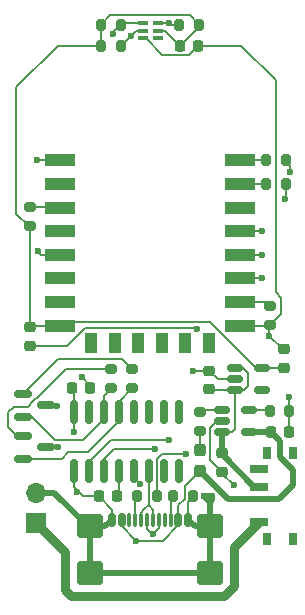
<source format=gtl>
%TF.GenerationSoftware,KiCad,Pcbnew,8.0.8*%
%TF.CreationDate,2025-01-23T20:15:16-05:00*%
%TF.ProjectId,compact_sqm,636f6d70-6163-4745-9f73-716d2e6b6963,rev?*%
%TF.SameCoordinates,Original*%
%TF.FileFunction,Copper,L1,Top*%
%TF.FilePolarity,Positive*%
%FSLAX46Y46*%
G04 Gerber Fmt 4.6, Leading zero omitted, Abs format (unit mm)*
G04 Created by KiCad (PCBNEW 8.0.8) date 2025-01-23 20:15:16*
%MOMM*%
%LPD*%
G01*
G04 APERTURE LIST*
G04 Aperture macros list*
%AMRoundRect*
0 Rectangle with rounded corners*
0 $1 Rounding radius*
0 $2 $3 $4 $5 $6 $7 $8 $9 X,Y pos of 4 corners*
0 Add a 4 corners polygon primitive as box body*
4,1,4,$2,$3,$4,$5,$6,$7,$8,$9,$2,$3,0*
0 Add four circle primitives for the rounded corners*
1,1,$1+$1,$2,$3*
1,1,$1+$1,$4,$5*
1,1,$1+$1,$6,$7*
1,1,$1+$1,$8,$9*
0 Add four rect primitives between the rounded corners*
20,1,$1+$1,$2,$3,$4,$5,0*
20,1,$1+$1,$4,$5,$6,$7,0*
20,1,$1+$1,$6,$7,$8,$9,0*
20,1,$1+$1,$8,$9,$2,$3,0*%
G04 Aperture macros list end*
%TA.AperFunction,SMDPad,CuDef*%
%ADD10RoundRect,0.200000X-0.200000X-0.275000X0.200000X-0.275000X0.200000X0.275000X-0.200000X0.275000X0*%
%TD*%
%TA.AperFunction,SMDPad,CuDef*%
%ADD11RoundRect,0.225000X-0.225000X-0.250000X0.225000X-0.250000X0.225000X0.250000X-0.225000X0.250000X0*%
%TD*%
%TA.AperFunction,SMDPad,CuDef*%
%ADD12RoundRect,0.150000X-0.587500X-0.150000X0.587500X-0.150000X0.587500X0.150000X-0.587500X0.150000X0*%
%TD*%
%TA.AperFunction,SMDPad,CuDef*%
%ADD13RoundRect,0.200000X0.275000X-0.200000X0.275000X0.200000X-0.275000X0.200000X-0.275000X-0.200000X0*%
%TD*%
%TA.AperFunction,SMDPad,CuDef*%
%ADD14R,2.500000X1.000000*%
%TD*%
%TA.AperFunction,SMDPad,CuDef*%
%ADD15R,1.000000X1.800000*%
%TD*%
%TA.AperFunction,SMDPad,CuDef*%
%ADD16RoundRect,0.100000X-0.337500X-0.100000X0.337500X-0.100000X0.337500X0.100000X-0.337500X0.100000X0*%
%TD*%
%TA.AperFunction,SMDPad,CuDef*%
%ADD17RoundRect,0.200000X0.200000X0.275000X-0.200000X0.275000X-0.200000X-0.275000X0.200000X-0.275000X0*%
%TD*%
%TA.AperFunction,SMDPad,CuDef*%
%ADD18RoundRect,0.225000X-0.250000X0.225000X-0.250000X-0.225000X0.250000X-0.225000X0.250000X0.225000X0*%
%TD*%
%TA.AperFunction,SMDPad,CuDef*%
%ADD19RoundRect,0.237500X-0.237500X0.287500X-0.237500X-0.287500X0.237500X-0.287500X0.237500X0.287500X0*%
%TD*%
%TA.AperFunction,SMDPad,CuDef*%
%ADD20RoundRect,0.225000X0.225000X0.250000X-0.225000X0.250000X-0.225000X-0.250000X0.225000X-0.250000X0*%
%TD*%
%TA.AperFunction,SMDPad,CuDef*%
%ADD21RoundRect,0.225000X0.250000X-0.225000X0.250000X0.225000X-0.250000X0.225000X-0.250000X-0.225000X0*%
%TD*%
%TA.AperFunction,SMDPad,CuDef*%
%ADD22RoundRect,0.150000X-0.512500X-0.150000X0.512500X-0.150000X0.512500X0.150000X-0.512500X0.150000X0*%
%TD*%
%TA.AperFunction,SMDPad,CuDef*%
%ADD23RoundRect,0.150000X-0.150000X-0.425000X0.150000X-0.425000X0.150000X0.425000X-0.150000X0.425000X0*%
%TD*%
%TA.AperFunction,SMDPad,CuDef*%
%ADD24RoundRect,0.075000X-0.075000X-0.500000X0.075000X-0.500000X0.075000X0.500000X-0.075000X0.500000X0*%
%TD*%
%TA.AperFunction,SMDPad,CuDef*%
%ADD25RoundRect,0.250000X-0.840000X-0.750000X0.840000X-0.750000X0.840000X0.750000X-0.840000X0.750000X0*%
%TD*%
%TA.AperFunction,SMDPad,CuDef*%
%ADD26RoundRect,0.150000X0.150000X-0.825000X0.150000X0.825000X-0.150000X0.825000X-0.150000X-0.825000X0*%
%TD*%
%TA.AperFunction,SMDPad,CuDef*%
%ADD27RoundRect,0.200000X-0.275000X0.200000X-0.275000X-0.200000X0.275000X-0.200000X0.275000X0.200000X0*%
%TD*%
%TA.AperFunction,SMDPad,CuDef*%
%ADD28R,0.800000X1.000000*%
%TD*%
%TA.AperFunction,SMDPad,CuDef*%
%ADD29R,1.500000X0.700000*%
%TD*%
%TA.AperFunction,ComponentPad*%
%ADD30R,1.700000X1.700000*%
%TD*%
%TA.AperFunction,ComponentPad*%
%ADD31O,1.700000X1.700000*%
%TD*%
%TA.AperFunction,ViaPad*%
%ADD32C,0.600000*%
%TD*%
%TA.AperFunction,Conductor*%
%ADD33C,0.508000*%
%TD*%
%TA.AperFunction,Conductor*%
%ADD34C,0.200000*%
%TD*%
%TA.AperFunction,Conductor*%
%ADD35C,0.762000*%
%TD*%
G04 APERTURE END LIST*
D10*
%TO.P,R9,1*%
%TO.N,SDA*%
X142177000Y-77724000D03*
%TO.P,R9,2*%
%TO.N,+3.3V*%
X143827000Y-77724000D03*
%TD*%
D11*
%TO.P,C3,1*%
%TO.N,+3.3V*%
X142227000Y-79502000D03*
%TO.P,C3,2*%
%TO.N,GND*%
X143777000Y-79502000D03*
%TD*%
D12*
%TO.P,Q2,1,B*%
%TO.N,Net-(Q2-B)*%
X128983500Y-112562600D03*
%TO.P,Q2,2,E*%
%TO.N,Net-(Q2-E)*%
X128983500Y-114462600D03*
%TO.P,Q2,3,C*%
%TO.N,BOOT*%
X130858500Y-113512600D03*
%TD*%
D13*
%TO.P,R13,1*%
%TO.N,+3.3V*%
X129540000Y-94805000D03*
%TO.P,R13,2*%
%TO.N,Net-(U3-EN)*%
X129540000Y-93155000D03*
%TD*%
D14*
%TO.P,U3,1,~{RST}*%
%TO.N,RST*%
X132100000Y-89210000D03*
%TO.P,U3,2,ADC*%
%TO.N,unconnected-(U3-ADC-Pad2)*%
X132100000Y-91210000D03*
%TO.P,U3,3,EN*%
%TO.N,Net-(U3-EN)*%
X132100000Y-93210000D03*
%TO.P,U3,4,GPIO16*%
%TO.N,unconnected-(U3-GPIO16-Pad4)*%
X132100000Y-95210000D03*
%TO.P,U3,5,GPIO14*%
%TO.N,SCL*%
X132100000Y-97210000D03*
%TO.P,U3,6,GPIO12*%
%TO.N,unconnected-(U3-GPIO12-Pad6)*%
X132100000Y-99210000D03*
%TO.P,U3,7,GPIO13*%
%TO.N,unconnected-(U3-GPIO13-Pad7)*%
X132100000Y-101210000D03*
%TO.P,U3,8,VCC*%
%TO.N,+3.3V*%
X132100000Y-103210000D03*
D15*
%TO.P,U3,9,CS0*%
%TO.N,unconnected-(U3-CS0-Pad9)*%
X134700000Y-104710000D03*
%TO.P,U3,10,MISO*%
%TO.N,unconnected-(U3-MISO-Pad10)*%
X136700000Y-104710000D03*
%TO.P,U3,11,GPIO9*%
%TO.N,unconnected-(U3-GPIO9-Pad11)*%
X138700000Y-104710000D03*
%TO.P,U3,12,GPIO10*%
%TO.N,unconnected-(U3-GPIO10-Pad12)*%
X140700000Y-104710000D03*
%TO.P,U3,13,MOSI*%
%TO.N,unconnected-(U3-MOSI-Pad13)*%
X142700000Y-104710000D03*
%TO.P,U3,14,SCLK*%
%TO.N,unconnected-(U3-SCLK-Pad14)*%
X144700000Y-104710000D03*
D14*
%TO.P,U3,15,GND*%
%TO.N,GND*%
X147300000Y-103210000D03*
%TO.P,U3,16,GPIO15*%
%TO.N,Net-(U3-GPIO15)*%
X147300000Y-101210000D03*
%TO.P,U3,17,GPIO2*%
%TO.N,SDA*%
X147300000Y-99210000D03*
%TO.P,U3,18,GPIO0*%
%TO.N,BOOT*%
X147300000Y-97210000D03*
%TO.P,U3,19,GPIO4*%
%TO.N,INT*%
X147300000Y-95210000D03*
%TO.P,U3,20,GPIO5*%
%TO.N,unconnected-(U3-GPIO5-Pad20)*%
X147300000Y-93210000D03*
%TO.P,U3,21,GPIO3/RXD*%
%TO.N,RXD*%
X147300000Y-91210000D03*
%TO.P,U3,22,GPIO1/TXD*%
%TO.N,TXD*%
X147300000Y-89210000D03*
%TD*%
D13*
%TO.P,R5,1*%
%TO.N,Net-(Q2-E)*%
X138176000Y-108521000D03*
%TO.P,R5,2*%
%TO.N,Net-(Q1-B)*%
X138176000Y-106871000D03*
%TD*%
D16*
%TO.P,U1,1,SCL*%
%TO.N,SCL*%
X139062500Y-77582000D03*
%TO.P,U1,2,INT*%
%TO.N,INT*%
X139062500Y-78232000D03*
%TO.P,U1,3,GND*%
%TO.N,GND*%
X139062500Y-78882000D03*
%TO.P,U1,4,NC*%
%TO.N,unconnected-(U1-NC-Pad4)*%
X140337500Y-78882000D03*
%TO.P,U1,5,VDD*%
%TO.N,+3.3V*%
X140337500Y-78232000D03*
%TO.P,U1,6,SDA*%
%TO.N,SDA*%
X140337500Y-77582000D03*
%TD*%
D17*
%TO.P,R11,1*%
%TO.N,INT*%
X137223000Y-79502000D03*
%TO.P,R11,2*%
%TO.N,+3.3V*%
X135573000Y-79502000D03*
%TD*%
D18*
%TO.P,C4,1*%
%TO.N,VBAT*%
X145796000Y-114033000D03*
%TO.P,C4,2*%
%TO.N,GND*%
X145796000Y-115583000D03*
%TD*%
D12*
%TO.P,Q1,1,B*%
%TO.N,Net-(Q1-B)*%
X128983500Y-109006600D03*
%TO.P,Q1,2,E*%
%TO.N,Net-(Q1-E)*%
X128983500Y-110906600D03*
%TO.P,Q1,3,C*%
%TO.N,RST*%
X130858500Y-109956600D03*
%TD*%
D13*
%TO.P,R6,1*%
%TO.N,Net-(Q1-E)*%
X136398000Y-108521000D03*
%TO.P,R6,2*%
%TO.N,Net-(Q2-B)*%
X136398000Y-106871000D03*
%TD*%
D19*
%TO.P,D1,1,K*%
%TO.N,Net-(D1-K)*%
X143916400Y-113755200D03*
%TO.P,D1,2,A*%
%TO.N,VBUS*%
X143916400Y-115505200D03*
%TD*%
D11*
%TO.P,C1,1*%
%TO.N,VBUS*%
X149923200Y-112217200D03*
%TO.P,C1,2*%
%TO.N,GND*%
X151473200Y-112217200D03*
%TD*%
D20*
%TO.P,C8,1*%
%TO.N,Net-(U4-V3)*%
X136919000Y-117602000D03*
%TO.P,C8,2*%
%TO.N,GND*%
X135369000Y-117602000D03*
%TD*%
D21*
%TO.P,C6,1*%
%TO.N,VBAT*%
X144729200Y-108598000D03*
%TO.P,C6,2*%
%TO.N,GND*%
X144729200Y-107048000D03*
%TD*%
D10*
%TO.P,R2,1*%
%TO.N,Net-(J1-CC2)*%
X141669000Y-117602000D03*
%TO.P,R2,2*%
%TO.N,GND*%
X143319000Y-117602000D03*
%TD*%
D22*
%TO.P,U2,1,STAT*%
%TO.N,Net-(U2-STAT)*%
X145776100Y-110338700D03*
%TO.P,U2,2,V_{SS}*%
%TO.N,GND*%
X145776100Y-111288700D03*
%TO.P,U2,3,V_{BAT}*%
%TO.N,VBAT*%
X145776100Y-112238700D03*
%TO.P,U2,4,V_{DD}*%
%TO.N,VBUS*%
X148051100Y-112238700D03*
%TO.P,U2,5,PROG*%
%TO.N,Net-(U2-PROG)*%
X148051100Y-110338700D03*
%TD*%
D10*
%TO.P,R1,1*%
%TO.N,Net-(J1-CC1)*%
X138621000Y-117602000D03*
%TO.P,R1,2*%
%TO.N,GND*%
X140271000Y-117602000D03*
%TD*%
D11*
%TO.P,C7,1*%
%TO.N,VBUS*%
X133083000Y-108458000D03*
%TO.P,C7,2*%
%TO.N,GND*%
X134633000Y-108458000D03*
%TD*%
D17*
%TO.P,R3,1*%
%TO.N,Net-(U4-TXD)*%
X151193000Y-91186000D03*
%TO.P,R3,2*%
%TO.N,RXD*%
X149543000Y-91186000D03*
%TD*%
D21*
%TO.P,C5,1*%
%TO.N,+3.3V*%
X151079200Y-106769200D03*
%TO.P,C5,2*%
%TO.N,GND*%
X151079200Y-105219200D03*
%TD*%
D23*
%TO.P,J1,A1,GND*%
%TO.N,GND*%
X136500000Y-119637000D03*
%TO.P,J1,A4,VBUS*%
%TO.N,VBUS*%
X137300000Y-119637000D03*
D24*
%TO.P,J1,A5,CC1*%
%TO.N,Net-(J1-CC1)*%
X138450000Y-119637000D03*
%TO.P,J1,A6,D+*%
%TO.N,Net-(U4-UD+)*%
X139450000Y-119637000D03*
%TO.P,J1,A7,D-*%
%TO.N,Net-(U4-UD-)*%
X139950000Y-119637000D03*
%TO.P,J1,A8,SBU1*%
%TO.N,unconnected-(J1-SBU1-PadA8)*%
X140950000Y-119637000D03*
D23*
%TO.P,J1,A9,VBUS*%
%TO.N,VBUS*%
X142100000Y-119637000D03*
%TO.P,J1,A12,GND*%
%TO.N,GND*%
X142900000Y-119637000D03*
%TO.P,J1,B1,GND*%
X142900000Y-119637000D03*
%TO.P,J1,B4,VBUS*%
%TO.N,VBUS*%
X142100000Y-119637000D03*
D24*
%TO.P,J1,B5,CC2*%
%TO.N,Net-(J1-CC2)*%
X141450000Y-119637000D03*
%TO.P,J1,B6,D+*%
%TO.N,Net-(U4-UD+)*%
X140450000Y-119637000D03*
%TO.P,J1,B7,D-*%
%TO.N,Net-(U4-UD-)*%
X138950000Y-119637000D03*
%TO.P,J1,B8,SBU2*%
%TO.N,unconnected-(J1-SBU2-PadB8)*%
X137950000Y-119637000D03*
D23*
%TO.P,J1,B9,VBUS*%
%TO.N,VBUS*%
X137300000Y-119637000D03*
%TO.P,J1,B12,GND*%
%TO.N,GND*%
X136500000Y-119637000D03*
D25*
%TO.P,J1,S1,SHIELD*%
X134590000Y-120212000D03*
X134590000Y-124142000D03*
X144810000Y-120212000D03*
X144810000Y-124142000D03*
%TD*%
D17*
%TO.P,R4,1*%
%TO.N,Net-(U4-RXD)*%
X151193000Y-89154000D03*
%TO.P,R4,2*%
%TO.N,TXD*%
X149543000Y-89154000D03*
%TD*%
D26*
%TO.P,U4,1,GND*%
%TO.N,GND*%
X133231800Y-115505000D03*
%TO.P,U4,2,TXD*%
%TO.N,Net-(U4-TXD)*%
X134501800Y-115505000D03*
%TO.P,U4,3,RXD*%
%TO.N,Net-(U4-RXD)*%
X135771800Y-115505000D03*
%TO.P,U4,4,V3*%
%TO.N,Net-(U4-V3)*%
X137041800Y-115505000D03*
%TO.P,U4,5,UD+*%
%TO.N,Net-(U4-UD+)*%
X138311800Y-115505000D03*
%TO.P,U4,6,UD-*%
%TO.N,Net-(U4-UD-)*%
X139581800Y-115505000D03*
%TO.P,U4,7,NC*%
%TO.N,unconnected-(U4-NC-Pad7)*%
X140851800Y-115505000D03*
%TO.P,U4,8,NC*%
%TO.N,unconnected-(U4-NC-Pad8)*%
X142121800Y-115505000D03*
%TO.P,U4,9,~{CTS}*%
%TO.N,unconnected-(U4-~{CTS}-Pad9)*%
X142121800Y-110555000D03*
%TO.P,U4,10,~{DSR}*%
%TO.N,unconnected-(U4-~{DSR}-Pad10)*%
X140851800Y-110555000D03*
%TO.P,U4,11,~{RI}*%
%TO.N,unconnected-(U4-~{RI}-Pad11)*%
X139581800Y-110555000D03*
%TO.P,U4,12,~{DCD}*%
%TO.N,unconnected-(U4-~{DCD}-Pad12)*%
X138311800Y-110555000D03*
%TO.P,U4,13,~{DTR}*%
%TO.N,Net-(Q2-E)*%
X137041800Y-110555000D03*
%TO.P,U4,14,~{RTS}*%
%TO.N,Net-(Q1-E)*%
X135771800Y-110555000D03*
%TO.P,U4,15,R232*%
%TO.N,unconnected-(U4-R232-Pad15)*%
X134501800Y-110555000D03*
%TO.P,U4,16,VCC*%
%TO.N,VBUS*%
X133231800Y-110555000D03*
%TD*%
D13*
%TO.P,R8,1*%
%TO.N,Net-(D1-K)*%
X143916400Y-112153200D03*
%TO.P,R8,2*%
%TO.N,Net-(U2-STAT)*%
X143916400Y-110503200D03*
%TD*%
D27*
%TO.P,R12,1*%
%TO.N,Net-(U3-GPIO15)*%
X149860000Y-101537000D03*
%TO.P,R12,2*%
%TO.N,GND*%
X149860000Y-103187000D03*
%TD*%
D18*
%TO.P,C2,1*%
%TO.N,+3.3V*%
X129540000Y-103365000D03*
%TO.P,C2,2*%
%TO.N,GND*%
X129540000Y-104915000D03*
%TD*%
D28*
%TO.P,SW1,*%
%TO.N,*%
X149588000Y-121252000D03*
X151798000Y-121252000D03*
X149588000Y-113952000D03*
X151798000Y-113952000D03*
D29*
%TO.P,SW1,1,A*%
%TO.N,Net-(BT1-+)*%
X148938000Y-119852000D03*
%TO.P,SW1,2,B*%
%TO.N,VBAT*%
X148938000Y-116852000D03*
%TO.P,SW1,3,C*%
%TO.N,unconnected-(SW1-C-Pad3)*%
X148938000Y-115352000D03*
%TD*%
D17*
%TO.P,R7,1*%
%TO.N,GND*%
X151497800Y-110413800D03*
%TO.P,R7,2*%
%TO.N,Net-(U2-PROG)*%
X149847800Y-110413800D03*
%TD*%
D22*
%TO.P,U5,1,IN*%
%TO.N,VBAT*%
X146919100Y-106796800D03*
%TO.P,U5,2,GND*%
%TO.N,GND*%
X146919100Y-107746800D03*
%TO.P,U5,3,EN*%
%TO.N,VBAT*%
X146919100Y-108696800D03*
%TO.P,U5,4,NC*%
%TO.N,unconnected-(U5-NC-Pad4)*%
X149194100Y-108696800D03*
%TO.P,U5,5,OUT*%
%TO.N,+3.3V*%
X149194100Y-106796800D03*
%TD*%
D17*
%TO.P,R10,1*%
%TO.N,SCL*%
X137223000Y-77724000D03*
%TO.P,R10,2*%
%TO.N,+3.3V*%
X135573000Y-77724000D03*
%TD*%
D30*
%TO.P,BT1,1,+*%
%TO.N,Net-(BT1-+)*%
X130048000Y-119893000D03*
D31*
%TO.P,BT1,2,-*%
%TO.N,GND*%
X130048000Y-117353000D03*
%TD*%
D32*
%TO.N,VBUS*%
X133223000Y-112242600D03*
X138500001Y-121412000D03*
%TO.N,GND*%
X133908800Y-107594400D03*
X143357600Y-107061000D03*
X151485600Y-109270800D03*
X144957800Y-117627400D03*
X142748000Y-114046000D03*
X149809200Y-104089200D03*
X133519536Y-117280064D03*
X143687800Y-103470000D03*
X144297400Y-117627400D03*
X146786600Y-116738400D03*
%TO.N,Net-(U4-UD+)*%
X138811000Y-116627000D03*
X139928600Y-120812000D03*
%TO.N,BOOT*%
X131902200Y-113477600D03*
X149148800Y-97205800D03*
%TO.N,Net-(U4-TXD)*%
X141325600Y-112928400D03*
X151130000Y-92481400D03*
%TO.N,Net-(U4-RXD)*%
X151587200Y-90170000D03*
X140157200Y-113639600D03*
%TO.N,SDA*%
X141300200Y-77582000D03*
X149199600Y-99136200D03*
%TO.N,SCL*%
X130175000Y-96875600D03*
X136575800Y-78486000D03*
%TO.N,INT*%
X149199600Y-95199200D03*
X138055100Y-78669900D03*
%TO.N,RST*%
X130124200Y-89179400D03*
X131826000Y-109982000D03*
%TD*%
D33*
%TO.N,VBUS*%
X143916400Y-115505200D02*
X146292600Y-117881400D01*
D34*
X142619000Y-116802600D02*
X143916400Y-115505200D01*
D33*
X150672800Y-112966800D02*
X149923200Y-112217200D01*
D34*
X142100000Y-119637000D02*
X142100000Y-118402400D01*
D33*
X148051100Y-112238700D02*
X149901700Y-112238700D01*
D34*
X142100000Y-120094410D02*
X142100000Y-119637000D01*
X142619000Y-117883400D02*
X142619000Y-116802600D01*
X142100000Y-118402400D02*
X142619000Y-117883400D01*
X133231800Y-108606800D02*
X133083000Y-108458000D01*
X133231800Y-110555000D02*
X133231800Y-112233800D01*
X138500001Y-121412000D02*
X140782410Y-121412000D01*
X133231800Y-110555000D02*
X133231800Y-108606800D01*
X133231800Y-112233800D02*
X133223000Y-112242600D01*
X137300000Y-120211999D02*
X138500001Y-121412000D01*
D33*
X151765000Y-116738400D02*
X151765000Y-115419000D01*
D34*
X137300000Y-119637000D02*
X137300000Y-120211999D01*
D33*
X150672800Y-114326800D02*
X150672800Y-112966800D01*
X146292600Y-117881400D02*
X150622000Y-117881400D01*
D34*
X140782410Y-121412000D02*
X142100000Y-120094410D01*
D33*
X151765000Y-115419000D02*
X150672800Y-114326800D01*
D34*
X149901700Y-112238700D02*
X149923200Y-112217200D01*
D33*
X150622000Y-117881400D02*
X151765000Y-116738400D01*
%TO.N,GND*%
X144810000Y-118140000D02*
X144957800Y-117992200D01*
D34*
X149809200Y-104089200D02*
X149809200Y-103237800D01*
X134633000Y-108318600D02*
X133908800Y-107594400D01*
X145378300Y-111288700D02*
X145776100Y-111288700D01*
X144813600Y-114600600D02*
X144813600Y-111853400D01*
X144813600Y-111853400D02*
X145378300Y-111288700D01*
X145428000Y-107746800D02*
X144729200Y-107048000D01*
X143370600Y-107048000D02*
X143357600Y-107061000D01*
X140251800Y-114484800D02*
X140690600Y-114046000D01*
D33*
X144810000Y-120212000D02*
X143475000Y-120212000D01*
D34*
X144729200Y-107048000D02*
X143370600Y-107048000D01*
X136500000Y-118796200D02*
X136500000Y-119637000D01*
D33*
X144810000Y-118140000D02*
X144297400Y-117627400D01*
D34*
X140251800Y-117582800D02*
X140251800Y-114484800D01*
D33*
X134590000Y-124142000D02*
X144810000Y-124142000D01*
X144810000Y-120212000D02*
X144810000Y-118140000D01*
D34*
X150799800Y-102247200D02*
X149860000Y-103187000D01*
X145796000Y-115583000D02*
X145796000Y-115747800D01*
X150342600Y-82423000D02*
X150342600Y-100380800D01*
X135369000Y-117602000D02*
X135369000Y-117665200D01*
X150799800Y-100838000D02*
X150799800Y-102247200D01*
X132651200Y-104915000D02*
X129540000Y-104915000D01*
D33*
X134436000Y-120212000D02*
X134590000Y-120212000D01*
D34*
X133985000Y-117602000D02*
X135369000Y-117602000D01*
D33*
X143475000Y-120212000D02*
X142900000Y-119637000D01*
D34*
X150342600Y-100380800D02*
X150799800Y-100838000D01*
D33*
X130048000Y-117353000D02*
X131577000Y-117353000D01*
X134590000Y-120212000D02*
X134590000Y-124142000D01*
D34*
X145796000Y-115583000D02*
X144813600Y-114600600D01*
X135369000Y-117665200D02*
X136500000Y-118796200D01*
X145796000Y-115747800D02*
X146786600Y-116738400D01*
X147421600Y-79502000D02*
X150342600Y-82423000D01*
D33*
X131577000Y-117353000D02*
X134436000Y-120212000D01*
D34*
X134633000Y-108458000D02*
X134633000Y-108318600D01*
D33*
X135925000Y-120212000D02*
X136500000Y-119637000D01*
D34*
X151079200Y-105219200D02*
X150939200Y-105219200D01*
X140271000Y-117602000D02*
X140251800Y-117582800D01*
X151497800Y-110413800D02*
X151497800Y-109283000D01*
D33*
X134590000Y-120212000D02*
X135925000Y-120212000D01*
D34*
X149837000Y-103210000D02*
X149860000Y-103187000D01*
X142900000Y-118168085D02*
X142900000Y-119637000D01*
X139331544Y-78882000D02*
X140726544Y-80277000D01*
X151497800Y-109283000D02*
X151485600Y-109270800D01*
X143621200Y-103403400D02*
X134162800Y-103403400D01*
X146919100Y-107746800D02*
X145428000Y-107746800D01*
X151473200Y-110438400D02*
X151497800Y-110413800D01*
X134162800Y-103403400D02*
X132651200Y-104915000D01*
X143319000Y-117749085D02*
X142900000Y-118168085D01*
X143777000Y-79502000D02*
X147421600Y-79502000D01*
X143319000Y-117602000D02*
X143319000Y-117749085D01*
D33*
X144957800Y-117627400D02*
X144297400Y-117627400D01*
D34*
X133231800Y-115505000D02*
X133231800Y-116848800D01*
X147300000Y-103210000D02*
X149837000Y-103210000D01*
X133231800Y-116848800D02*
X133985000Y-117602000D01*
D33*
X144957800Y-117992200D02*
X144957800Y-117627400D01*
D34*
X143687800Y-103470000D02*
X143621200Y-103403400D01*
X139062500Y-78882000D02*
X139331544Y-78882000D01*
D33*
X144810000Y-124142000D02*
X144810000Y-120212000D01*
D34*
X140726544Y-80277000D02*
X143002000Y-80277000D01*
X143002000Y-80277000D02*
X143777000Y-79502000D01*
X150939200Y-105219200D02*
X149809200Y-104089200D01*
X140690600Y-114046000D02*
X142748000Y-114046000D01*
X149809200Y-103237800D02*
X149860000Y-103187000D01*
X151473200Y-112217200D02*
X151473200Y-110438400D01*
X143344400Y-117627400D02*
X143319000Y-117602000D01*
%TO.N,+3.3V*%
X135573000Y-77724000D02*
X136348000Y-76949000D01*
X129540000Y-94805000D02*
X129540000Y-103365000D01*
X149194100Y-106796800D02*
X151051600Y-106796800D01*
X128371600Y-93726000D02*
X129450600Y-94805000D01*
X131876800Y-79502000D02*
X128371600Y-83007200D01*
X144780000Y-102870000D02*
X132440000Y-102870000D01*
X143827000Y-77902000D02*
X142227000Y-79502000D01*
X149194100Y-106796800D02*
X148706800Y-106796800D01*
X140957000Y-78232000D02*
X140337500Y-78232000D01*
X132440000Y-102870000D02*
X132100000Y-103210000D01*
X128371600Y-83007200D02*
X128371600Y-93726000D01*
X143052000Y-76949000D02*
X143827000Y-77724000D01*
X129450600Y-94805000D02*
X129540000Y-94805000D01*
X151051600Y-106796800D02*
X151079200Y-106769200D01*
X143827000Y-77724000D02*
X143827000Y-77902000D01*
X148706800Y-106796800D02*
X144780000Y-102870000D01*
X136348000Y-76949000D02*
X143052000Y-76949000D01*
X135573000Y-79502000D02*
X135573000Y-77724000D01*
X129695000Y-103210000D02*
X129540000Y-103365000D01*
X132100000Y-103210000D02*
X129695000Y-103210000D01*
X142227000Y-79502000D02*
X140957000Y-78232000D01*
X135573000Y-79502000D02*
X131876800Y-79502000D01*
%TO.N,VBAT*%
X148031200Y-108331000D02*
X147665400Y-108696800D01*
X146663500Y-112238700D02*
X145776100Y-112238700D01*
X148031200Y-107246401D02*
X148031200Y-108331000D01*
X146919100Y-106796800D02*
X147581599Y-106796800D01*
X148938000Y-116852000D02*
X148538000Y-116852000D01*
X146913600Y-111988600D02*
X146663500Y-112238700D01*
X145776100Y-114013100D02*
X145796000Y-114033000D01*
X146913600Y-110046401D02*
X146919100Y-110040901D01*
X144828000Y-108696800D02*
X144729200Y-108598000D01*
X147665400Y-108696800D02*
X146919100Y-108696800D01*
D33*
X148538000Y-116852000D02*
X145796000Y-114110000D01*
X145776100Y-112238700D02*
X145776100Y-114013100D01*
D34*
X145796000Y-114110000D02*
X145796000Y-114033000D01*
X147581599Y-106796800D02*
X148031200Y-107246401D01*
X146919100Y-108696800D02*
X144828000Y-108696800D01*
X146913600Y-110046401D02*
X146913600Y-111988600D01*
X146919100Y-110040901D02*
X146919100Y-108696800D01*
%TO.N,Net-(J1-CC2)*%
X141669000Y-117602000D02*
X141450000Y-117821000D01*
X141450000Y-117821000D02*
X141450000Y-119637000D01*
%TO.N,Net-(U4-UD-)*%
X138950000Y-119637000D02*
X138950000Y-119029590D01*
X139225800Y-118762000D02*
X139571000Y-118416800D01*
X139571000Y-118416800D02*
X139571000Y-118408590D01*
X139571000Y-115515800D02*
X139581800Y-115505000D01*
X139571000Y-118408590D02*
X139571000Y-115515800D01*
X138950000Y-119029590D02*
X139217590Y-118762000D01*
X139217590Y-118762000D02*
X139225800Y-118762000D01*
X139950000Y-118787590D02*
X139571000Y-118408590D01*
X139950000Y-119637000D02*
X139950000Y-118787590D01*
%TO.N,Net-(U4-UD+)*%
X140055600Y-120726200D02*
X140450000Y-120331800D01*
X138311800Y-115505000D02*
X138311800Y-116127800D01*
X140450000Y-120331800D02*
X140450000Y-119637000D01*
X139450000Y-119637000D02*
X139450000Y-120400000D01*
X138311800Y-116127800D02*
X138811000Y-116627000D01*
X139776200Y-120726200D02*
X140055600Y-120726200D01*
X139450000Y-120400000D02*
X139776200Y-120726200D01*
%TO.N,Net-(J1-CC1)*%
X138450000Y-117773000D02*
X138621000Y-117602000D01*
X138450000Y-119637000D02*
X138450000Y-117773000D01*
D35*
%TO.N,Net-(BT1-+)*%
X132537200Y-125577600D02*
X133045200Y-126085600D01*
X133045200Y-126085600D02*
X145973800Y-126085600D01*
D34*
X130048000Y-119893000D02*
X130048000Y-119913400D01*
D35*
X132537200Y-122402600D02*
X132537200Y-125577600D01*
X146812000Y-125247400D02*
X146812000Y-121978000D01*
X145973800Y-126085600D02*
X146812000Y-125247400D01*
X146812000Y-121978000D02*
X148938000Y-119852000D01*
X130048000Y-119913400D02*
X132537200Y-122402600D01*
D34*
%TO.N,Net-(Q1-B)*%
X131945100Y-106045000D02*
X137350000Y-106045000D01*
X128983500Y-109006600D02*
X131945100Y-106045000D01*
X137350000Y-106045000D02*
X138176000Y-106871000D01*
%TO.N,Net-(U4-V3)*%
X137041800Y-117479200D02*
X136919000Y-117602000D01*
X137041800Y-115505000D02*
X137041800Y-117479200D01*
%TO.N,Net-(Q1-E)*%
X135771800Y-111090800D02*
X135771800Y-110555000D01*
X135771800Y-109147200D02*
X136398000Y-108521000D01*
X133985000Y-112877600D02*
X135771800Y-111090800D01*
X131691999Y-112877600D02*
X133985000Y-112877600D01*
X128983500Y-110906600D02*
X129720999Y-110906600D01*
X135771800Y-110555000D02*
X135771800Y-109147200D01*
X129720999Y-110906600D02*
X131691999Y-112877600D01*
%TO.N,BOOT*%
X149148800Y-97205800D02*
X147304200Y-97205800D01*
X147304200Y-97205800D02*
X147300000Y-97210000D01*
X131902200Y-113477600D02*
X131867200Y-113512600D01*
X131867200Y-113512600D02*
X130858500Y-113512600D01*
%TO.N,Net-(Q2-B)*%
X136398000Y-106871000D02*
X132574800Y-106871000D01*
X128463000Y-112562600D02*
X128983500Y-112562600D01*
X129821000Y-109616048D02*
X129821000Y-109624800D01*
X130080448Y-109356600D02*
X129821000Y-109616048D01*
X127711200Y-111810800D02*
X128463000Y-112562600D01*
X128168400Y-110058200D02*
X127711200Y-110515400D01*
X129387600Y-110058200D02*
X128168400Y-110058200D01*
X127711200Y-110515400D02*
X127711200Y-111810800D01*
X130089200Y-109356600D02*
X130080448Y-109356600D01*
X132574800Y-106871000D02*
X130089200Y-109356600D01*
X129821000Y-109624800D02*
X129387600Y-110058200D01*
%TO.N,Net-(U4-TXD)*%
X151193000Y-92418400D02*
X151193000Y-91186000D01*
X136353952Y-112928400D02*
X134501800Y-114780552D01*
X151130000Y-92481400D02*
X151193000Y-92418400D01*
X134501800Y-114780552D02*
X134501800Y-115505000D01*
X141325600Y-112928400D02*
X136353952Y-112928400D01*
%TO.N,RXD*%
X149519000Y-91210000D02*
X149543000Y-91186000D01*
X147300000Y-91210000D02*
X149519000Y-91210000D01*
%TO.N,Net-(U4-RXD)*%
X135771800Y-114530001D02*
X135771800Y-115505000D01*
X151587200Y-90170000D02*
X151587200Y-89712800D01*
X151587200Y-89712800D02*
X151193000Y-89318600D01*
X136662201Y-113639600D02*
X135771800Y-114530001D01*
X151193000Y-89318600D02*
X151193000Y-89154000D01*
X140157200Y-113639600D02*
X136662201Y-113639600D01*
%TO.N,TXD*%
X147300000Y-89210000D02*
X149487000Y-89210000D01*
X149487000Y-89210000D02*
X149543000Y-89154000D01*
%TO.N,Net-(U2-PROG)*%
X149772700Y-110338700D02*
X149847800Y-110413800D01*
X148051100Y-110338700D02*
X149772700Y-110338700D01*
%TO.N,Net-(U2-STAT)*%
X145776100Y-110338700D02*
X144080900Y-110338700D01*
X144080900Y-110338700D02*
X143916400Y-110503200D01*
%TO.N,Net-(D1-K)*%
X143916400Y-112153200D02*
X143916400Y-113755200D01*
%TO.N,SDA*%
X142177000Y-77724000D02*
X141442200Y-77724000D01*
X147373800Y-99136200D02*
X147300000Y-99210000D01*
X140337500Y-77582000D02*
X141300200Y-77582000D01*
X149199600Y-99136200D02*
X147373800Y-99136200D01*
X141442200Y-77724000D02*
X141300200Y-77582000D01*
%TO.N,SCL*%
X136575800Y-78486000D02*
X136575800Y-78371200D01*
X139062500Y-77582000D02*
X137365000Y-77582000D01*
X137365000Y-77582000D02*
X137223000Y-77724000D01*
X130509400Y-97210000D02*
X130175000Y-96875600D01*
X132100000Y-97210000D02*
X130509400Y-97210000D01*
X136575800Y-78371200D02*
X137223000Y-77724000D01*
%TO.N,INT*%
X139062500Y-78232000D02*
X138493000Y-78232000D01*
X138493000Y-78232000D02*
X137223000Y-79502000D01*
X149188800Y-95210000D02*
X149199600Y-95199200D01*
X147300000Y-95210000D02*
X149188800Y-95210000D01*
%TO.N,Net-(Q2-E)*%
X137041800Y-109655200D02*
X138176000Y-108521000D01*
X137041800Y-111268600D02*
X134416800Y-113893600D01*
X132791200Y-113893600D02*
X132222200Y-114462600D01*
X137041800Y-110555000D02*
X137041800Y-111268600D01*
X137041800Y-110555000D02*
X137041800Y-109655200D01*
X132222200Y-114462600D02*
X128983500Y-114462600D01*
X134416800Y-113893600D02*
X132791200Y-113893600D01*
%TO.N,Net-(U3-GPIO15)*%
X147300000Y-101210000D02*
X149533000Y-101210000D01*
X149533000Y-101210000D02*
X149860000Y-101537000D01*
%TO.N,Net-(U3-EN)*%
X132045000Y-93155000D02*
X132100000Y-93210000D01*
X129540000Y-93155000D02*
X132045000Y-93155000D01*
%TO.N,RST*%
X130883900Y-109982000D02*
X130858500Y-109956600D01*
X131826000Y-109982000D02*
X130883900Y-109982000D01*
X130124200Y-89179400D02*
X132069400Y-89179400D01*
X132069400Y-89179400D02*
X132100000Y-89210000D01*
%TD*%
M02*

</source>
